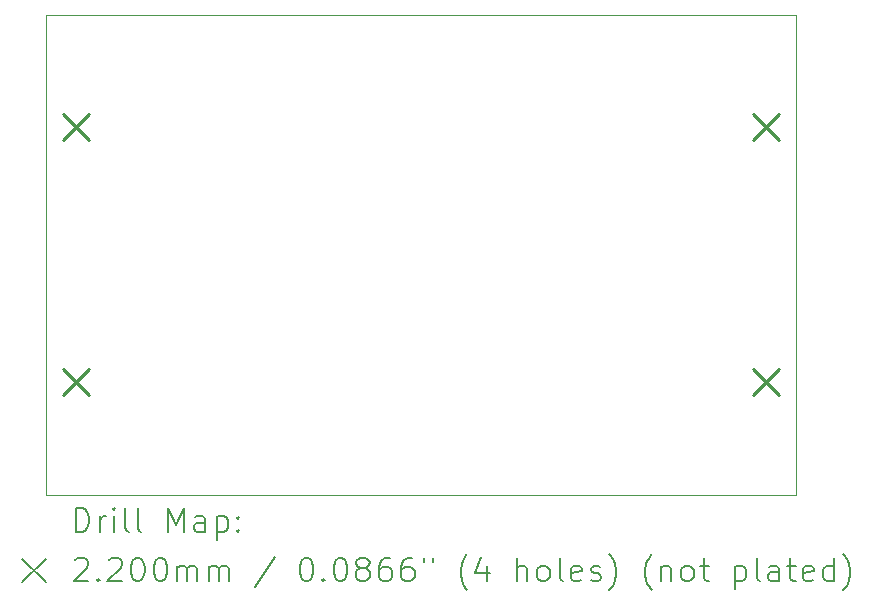
<source format=gbr>
%TF.GenerationSoftware,KiCad,Pcbnew,(6.0.7)*%
%TF.CreationDate,2022-09-05T12:57:27-07:00*%
%TF.ProjectId,ice2040,69636532-3034-4302-9e6b-696361645f70,1*%
%TF.SameCoordinates,Original*%
%TF.FileFunction,Drillmap*%
%TF.FilePolarity,Positive*%
%FSLAX45Y45*%
G04 Gerber Fmt 4.5, Leading zero omitted, Abs format (unit mm)*
G04 Created by KiCad (PCBNEW (6.0.7)) date 2022-09-05 12:57:27*
%MOMM*%
%LPD*%
G01*
G04 APERTURE LIST*
%ADD10C,0.100000*%
%ADD11C,0.200000*%
%ADD12C,0.220000*%
G04 APERTURE END LIST*
D10*
X10922000Y-8128000D02*
X17272000Y-8128000D01*
X17272000Y-8128000D02*
X17272000Y-12192000D01*
X17272000Y-12192000D02*
X10922000Y-12192000D01*
X10922000Y-12192000D02*
X10922000Y-8128000D01*
D11*
D12*
X11066000Y-8970500D02*
X11286000Y-9190500D01*
X11286000Y-8970500D02*
X11066000Y-9190500D01*
X11066000Y-11129500D02*
X11286000Y-11349500D01*
X11286000Y-11129500D02*
X11066000Y-11349500D01*
X16908000Y-8970500D02*
X17128000Y-9190500D01*
X17128000Y-8970500D02*
X16908000Y-9190500D01*
X16908000Y-11129500D02*
X17128000Y-11349500D01*
X17128000Y-11129500D02*
X16908000Y-11349500D01*
D11*
X11174619Y-12507476D02*
X11174619Y-12307476D01*
X11222238Y-12307476D01*
X11250809Y-12317000D01*
X11269857Y-12336048D01*
X11279381Y-12355095D01*
X11288905Y-12393190D01*
X11288905Y-12421762D01*
X11279381Y-12459857D01*
X11269857Y-12478905D01*
X11250809Y-12497952D01*
X11222238Y-12507476D01*
X11174619Y-12507476D01*
X11374619Y-12507476D02*
X11374619Y-12374143D01*
X11374619Y-12412238D02*
X11384143Y-12393190D01*
X11393667Y-12383667D01*
X11412714Y-12374143D01*
X11431762Y-12374143D01*
X11498428Y-12507476D02*
X11498428Y-12374143D01*
X11498428Y-12307476D02*
X11488905Y-12317000D01*
X11498428Y-12326524D01*
X11507952Y-12317000D01*
X11498428Y-12307476D01*
X11498428Y-12326524D01*
X11622238Y-12507476D02*
X11603190Y-12497952D01*
X11593667Y-12478905D01*
X11593667Y-12307476D01*
X11727000Y-12507476D02*
X11707952Y-12497952D01*
X11698428Y-12478905D01*
X11698428Y-12307476D01*
X11955571Y-12507476D02*
X11955571Y-12307476D01*
X12022238Y-12450333D01*
X12088905Y-12307476D01*
X12088905Y-12507476D01*
X12269857Y-12507476D02*
X12269857Y-12402714D01*
X12260333Y-12383667D01*
X12241286Y-12374143D01*
X12203190Y-12374143D01*
X12184143Y-12383667D01*
X12269857Y-12497952D02*
X12250809Y-12507476D01*
X12203190Y-12507476D01*
X12184143Y-12497952D01*
X12174619Y-12478905D01*
X12174619Y-12459857D01*
X12184143Y-12440809D01*
X12203190Y-12431286D01*
X12250809Y-12431286D01*
X12269857Y-12421762D01*
X12365095Y-12374143D02*
X12365095Y-12574143D01*
X12365095Y-12383667D02*
X12384143Y-12374143D01*
X12422238Y-12374143D01*
X12441286Y-12383667D01*
X12450809Y-12393190D01*
X12460333Y-12412238D01*
X12460333Y-12469381D01*
X12450809Y-12488428D01*
X12441286Y-12497952D01*
X12422238Y-12507476D01*
X12384143Y-12507476D01*
X12365095Y-12497952D01*
X12546048Y-12488428D02*
X12555571Y-12497952D01*
X12546048Y-12507476D01*
X12536524Y-12497952D01*
X12546048Y-12488428D01*
X12546048Y-12507476D01*
X12546048Y-12383667D02*
X12555571Y-12393190D01*
X12546048Y-12402714D01*
X12536524Y-12393190D01*
X12546048Y-12383667D01*
X12546048Y-12402714D01*
X10717000Y-12737000D02*
X10917000Y-12937000D01*
X10917000Y-12737000D02*
X10717000Y-12937000D01*
X11165095Y-12746524D02*
X11174619Y-12737000D01*
X11193667Y-12727476D01*
X11241286Y-12727476D01*
X11260333Y-12737000D01*
X11269857Y-12746524D01*
X11279381Y-12765571D01*
X11279381Y-12784619D01*
X11269857Y-12813190D01*
X11155571Y-12927476D01*
X11279381Y-12927476D01*
X11365095Y-12908428D02*
X11374619Y-12917952D01*
X11365095Y-12927476D01*
X11355571Y-12917952D01*
X11365095Y-12908428D01*
X11365095Y-12927476D01*
X11450809Y-12746524D02*
X11460333Y-12737000D01*
X11479381Y-12727476D01*
X11527000Y-12727476D01*
X11546048Y-12737000D01*
X11555571Y-12746524D01*
X11565095Y-12765571D01*
X11565095Y-12784619D01*
X11555571Y-12813190D01*
X11441286Y-12927476D01*
X11565095Y-12927476D01*
X11688905Y-12727476D02*
X11707952Y-12727476D01*
X11727000Y-12737000D01*
X11736524Y-12746524D01*
X11746048Y-12765571D01*
X11755571Y-12803667D01*
X11755571Y-12851286D01*
X11746048Y-12889381D01*
X11736524Y-12908428D01*
X11727000Y-12917952D01*
X11707952Y-12927476D01*
X11688905Y-12927476D01*
X11669857Y-12917952D01*
X11660333Y-12908428D01*
X11650809Y-12889381D01*
X11641286Y-12851286D01*
X11641286Y-12803667D01*
X11650809Y-12765571D01*
X11660333Y-12746524D01*
X11669857Y-12737000D01*
X11688905Y-12727476D01*
X11879381Y-12727476D02*
X11898428Y-12727476D01*
X11917476Y-12737000D01*
X11927000Y-12746524D01*
X11936524Y-12765571D01*
X11946048Y-12803667D01*
X11946048Y-12851286D01*
X11936524Y-12889381D01*
X11927000Y-12908428D01*
X11917476Y-12917952D01*
X11898428Y-12927476D01*
X11879381Y-12927476D01*
X11860333Y-12917952D01*
X11850809Y-12908428D01*
X11841286Y-12889381D01*
X11831762Y-12851286D01*
X11831762Y-12803667D01*
X11841286Y-12765571D01*
X11850809Y-12746524D01*
X11860333Y-12737000D01*
X11879381Y-12727476D01*
X12031762Y-12927476D02*
X12031762Y-12794143D01*
X12031762Y-12813190D02*
X12041286Y-12803667D01*
X12060333Y-12794143D01*
X12088905Y-12794143D01*
X12107952Y-12803667D01*
X12117476Y-12822714D01*
X12117476Y-12927476D01*
X12117476Y-12822714D02*
X12127000Y-12803667D01*
X12146048Y-12794143D01*
X12174619Y-12794143D01*
X12193667Y-12803667D01*
X12203190Y-12822714D01*
X12203190Y-12927476D01*
X12298428Y-12927476D02*
X12298428Y-12794143D01*
X12298428Y-12813190D02*
X12307952Y-12803667D01*
X12327000Y-12794143D01*
X12355571Y-12794143D01*
X12374619Y-12803667D01*
X12384143Y-12822714D01*
X12384143Y-12927476D01*
X12384143Y-12822714D02*
X12393667Y-12803667D01*
X12412714Y-12794143D01*
X12441286Y-12794143D01*
X12460333Y-12803667D01*
X12469857Y-12822714D01*
X12469857Y-12927476D01*
X12860333Y-12717952D02*
X12688905Y-12975095D01*
X13117476Y-12727476D02*
X13136524Y-12727476D01*
X13155571Y-12737000D01*
X13165095Y-12746524D01*
X13174619Y-12765571D01*
X13184143Y-12803667D01*
X13184143Y-12851286D01*
X13174619Y-12889381D01*
X13165095Y-12908428D01*
X13155571Y-12917952D01*
X13136524Y-12927476D01*
X13117476Y-12927476D01*
X13098428Y-12917952D01*
X13088905Y-12908428D01*
X13079381Y-12889381D01*
X13069857Y-12851286D01*
X13069857Y-12803667D01*
X13079381Y-12765571D01*
X13088905Y-12746524D01*
X13098428Y-12737000D01*
X13117476Y-12727476D01*
X13269857Y-12908428D02*
X13279381Y-12917952D01*
X13269857Y-12927476D01*
X13260333Y-12917952D01*
X13269857Y-12908428D01*
X13269857Y-12927476D01*
X13403190Y-12727476D02*
X13422238Y-12727476D01*
X13441286Y-12737000D01*
X13450809Y-12746524D01*
X13460333Y-12765571D01*
X13469857Y-12803667D01*
X13469857Y-12851286D01*
X13460333Y-12889381D01*
X13450809Y-12908428D01*
X13441286Y-12917952D01*
X13422238Y-12927476D01*
X13403190Y-12927476D01*
X13384143Y-12917952D01*
X13374619Y-12908428D01*
X13365095Y-12889381D01*
X13355571Y-12851286D01*
X13355571Y-12803667D01*
X13365095Y-12765571D01*
X13374619Y-12746524D01*
X13384143Y-12737000D01*
X13403190Y-12727476D01*
X13584143Y-12813190D02*
X13565095Y-12803667D01*
X13555571Y-12794143D01*
X13546048Y-12775095D01*
X13546048Y-12765571D01*
X13555571Y-12746524D01*
X13565095Y-12737000D01*
X13584143Y-12727476D01*
X13622238Y-12727476D01*
X13641286Y-12737000D01*
X13650809Y-12746524D01*
X13660333Y-12765571D01*
X13660333Y-12775095D01*
X13650809Y-12794143D01*
X13641286Y-12803667D01*
X13622238Y-12813190D01*
X13584143Y-12813190D01*
X13565095Y-12822714D01*
X13555571Y-12832238D01*
X13546048Y-12851286D01*
X13546048Y-12889381D01*
X13555571Y-12908428D01*
X13565095Y-12917952D01*
X13584143Y-12927476D01*
X13622238Y-12927476D01*
X13641286Y-12917952D01*
X13650809Y-12908428D01*
X13660333Y-12889381D01*
X13660333Y-12851286D01*
X13650809Y-12832238D01*
X13641286Y-12822714D01*
X13622238Y-12813190D01*
X13831762Y-12727476D02*
X13793667Y-12727476D01*
X13774619Y-12737000D01*
X13765095Y-12746524D01*
X13746048Y-12775095D01*
X13736524Y-12813190D01*
X13736524Y-12889381D01*
X13746048Y-12908428D01*
X13755571Y-12917952D01*
X13774619Y-12927476D01*
X13812714Y-12927476D01*
X13831762Y-12917952D01*
X13841286Y-12908428D01*
X13850809Y-12889381D01*
X13850809Y-12841762D01*
X13841286Y-12822714D01*
X13831762Y-12813190D01*
X13812714Y-12803667D01*
X13774619Y-12803667D01*
X13755571Y-12813190D01*
X13746048Y-12822714D01*
X13736524Y-12841762D01*
X14022238Y-12727476D02*
X13984143Y-12727476D01*
X13965095Y-12737000D01*
X13955571Y-12746524D01*
X13936524Y-12775095D01*
X13927000Y-12813190D01*
X13927000Y-12889381D01*
X13936524Y-12908428D01*
X13946048Y-12917952D01*
X13965095Y-12927476D01*
X14003190Y-12927476D01*
X14022238Y-12917952D01*
X14031762Y-12908428D01*
X14041286Y-12889381D01*
X14041286Y-12841762D01*
X14031762Y-12822714D01*
X14022238Y-12813190D01*
X14003190Y-12803667D01*
X13965095Y-12803667D01*
X13946048Y-12813190D01*
X13936524Y-12822714D01*
X13927000Y-12841762D01*
X14117476Y-12727476D02*
X14117476Y-12765571D01*
X14193667Y-12727476D02*
X14193667Y-12765571D01*
X14488905Y-13003667D02*
X14479381Y-12994143D01*
X14460333Y-12965571D01*
X14450809Y-12946524D01*
X14441286Y-12917952D01*
X14431762Y-12870333D01*
X14431762Y-12832238D01*
X14441286Y-12784619D01*
X14450809Y-12756048D01*
X14460333Y-12737000D01*
X14479381Y-12708428D01*
X14488905Y-12698905D01*
X14650809Y-12794143D02*
X14650809Y-12927476D01*
X14603190Y-12717952D02*
X14555571Y-12860809D01*
X14679381Y-12860809D01*
X14907952Y-12927476D02*
X14907952Y-12727476D01*
X14993667Y-12927476D02*
X14993667Y-12822714D01*
X14984143Y-12803667D01*
X14965095Y-12794143D01*
X14936524Y-12794143D01*
X14917476Y-12803667D01*
X14907952Y-12813190D01*
X15117476Y-12927476D02*
X15098428Y-12917952D01*
X15088905Y-12908428D01*
X15079381Y-12889381D01*
X15079381Y-12832238D01*
X15088905Y-12813190D01*
X15098428Y-12803667D01*
X15117476Y-12794143D01*
X15146048Y-12794143D01*
X15165095Y-12803667D01*
X15174619Y-12813190D01*
X15184143Y-12832238D01*
X15184143Y-12889381D01*
X15174619Y-12908428D01*
X15165095Y-12917952D01*
X15146048Y-12927476D01*
X15117476Y-12927476D01*
X15298428Y-12927476D02*
X15279381Y-12917952D01*
X15269857Y-12898905D01*
X15269857Y-12727476D01*
X15450809Y-12917952D02*
X15431762Y-12927476D01*
X15393667Y-12927476D01*
X15374619Y-12917952D01*
X15365095Y-12898905D01*
X15365095Y-12822714D01*
X15374619Y-12803667D01*
X15393667Y-12794143D01*
X15431762Y-12794143D01*
X15450809Y-12803667D01*
X15460333Y-12822714D01*
X15460333Y-12841762D01*
X15365095Y-12860809D01*
X15536524Y-12917952D02*
X15555571Y-12927476D01*
X15593667Y-12927476D01*
X15612714Y-12917952D01*
X15622238Y-12898905D01*
X15622238Y-12889381D01*
X15612714Y-12870333D01*
X15593667Y-12860809D01*
X15565095Y-12860809D01*
X15546048Y-12851286D01*
X15536524Y-12832238D01*
X15536524Y-12822714D01*
X15546048Y-12803667D01*
X15565095Y-12794143D01*
X15593667Y-12794143D01*
X15612714Y-12803667D01*
X15688905Y-13003667D02*
X15698428Y-12994143D01*
X15717476Y-12965571D01*
X15727000Y-12946524D01*
X15736524Y-12917952D01*
X15746048Y-12870333D01*
X15746048Y-12832238D01*
X15736524Y-12784619D01*
X15727000Y-12756048D01*
X15717476Y-12737000D01*
X15698428Y-12708428D01*
X15688905Y-12698905D01*
X16050809Y-13003667D02*
X16041286Y-12994143D01*
X16022238Y-12965571D01*
X16012714Y-12946524D01*
X16003190Y-12917952D01*
X15993667Y-12870333D01*
X15993667Y-12832238D01*
X16003190Y-12784619D01*
X16012714Y-12756048D01*
X16022238Y-12737000D01*
X16041286Y-12708428D01*
X16050809Y-12698905D01*
X16127000Y-12794143D02*
X16127000Y-12927476D01*
X16127000Y-12813190D02*
X16136524Y-12803667D01*
X16155571Y-12794143D01*
X16184143Y-12794143D01*
X16203190Y-12803667D01*
X16212714Y-12822714D01*
X16212714Y-12927476D01*
X16336524Y-12927476D02*
X16317476Y-12917952D01*
X16307952Y-12908428D01*
X16298428Y-12889381D01*
X16298428Y-12832238D01*
X16307952Y-12813190D01*
X16317476Y-12803667D01*
X16336524Y-12794143D01*
X16365095Y-12794143D01*
X16384143Y-12803667D01*
X16393667Y-12813190D01*
X16403190Y-12832238D01*
X16403190Y-12889381D01*
X16393667Y-12908428D01*
X16384143Y-12917952D01*
X16365095Y-12927476D01*
X16336524Y-12927476D01*
X16460333Y-12794143D02*
X16536524Y-12794143D01*
X16488905Y-12727476D02*
X16488905Y-12898905D01*
X16498428Y-12917952D01*
X16517476Y-12927476D01*
X16536524Y-12927476D01*
X16755571Y-12794143D02*
X16755571Y-12994143D01*
X16755571Y-12803667D02*
X16774619Y-12794143D01*
X16812714Y-12794143D01*
X16831762Y-12803667D01*
X16841286Y-12813190D01*
X16850810Y-12832238D01*
X16850810Y-12889381D01*
X16841286Y-12908428D01*
X16831762Y-12917952D01*
X16812714Y-12927476D01*
X16774619Y-12927476D01*
X16755571Y-12917952D01*
X16965095Y-12927476D02*
X16946048Y-12917952D01*
X16936524Y-12898905D01*
X16936524Y-12727476D01*
X17127000Y-12927476D02*
X17127000Y-12822714D01*
X17117476Y-12803667D01*
X17098429Y-12794143D01*
X17060333Y-12794143D01*
X17041286Y-12803667D01*
X17127000Y-12917952D02*
X17107952Y-12927476D01*
X17060333Y-12927476D01*
X17041286Y-12917952D01*
X17031762Y-12898905D01*
X17031762Y-12879857D01*
X17041286Y-12860809D01*
X17060333Y-12851286D01*
X17107952Y-12851286D01*
X17127000Y-12841762D01*
X17193667Y-12794143D02*
X17269857Y-12794143D01*
X17222238Y-12727476D02*
X17222238Y-12898905D01*
X17231762Y-12917952D01*
X17250810Y-12927476D01*
X17269857Y-12927476D01*
X17412714Y-12917952D02*
X17393667Y-12927476D01*
X17355571Y-12927476D01*
X17336524Y-12917952D01*
X17327000Y-12898905D01*
X17327000Y-12822714D01*
X17336524Y-12803667D01*
X17355571Y-12794143D01*
X17393667Y-12794143D01*
X17412714Y-12803667D01*
X17422238Y-12822714D01*
X17422238Y-12841762D01*
X17327000Y-12860809D01*
X17593667Y-12927476D02*
X17593667Y-12727476D01*
X17593667Y-12917952D02*
X17574619Y-12927476D01*
X17536524Y-12927476D01*
X17517476Y-12917952D01*
X17507952Y-12908428D01*
X17498429Y-12889381D01*
X17498429Y-12832238D01*
X17507952Y-12813190D01*
X17517476Y-12803667D01*
X17536524Y-12794143D01*
X17574619Y-12794143D01*
X17593667Y-12803667D01*
X17669857Y-13003667D02*
X17679381Y-12994143D01*
X17698429Y-12965571D01*
X17707952Y-12946524D01*
X17717476Y-12917952D01*
X17727000Y-12870333D01*
X17727000Y-12832238D01*
X17717476Y-12784619D01*
X17707952Y-12756048D01*
X17698429Y-12737000D01*
X17679381Y-12708428D01*
X17669857Y-12698905D01*
M02*

</source>
